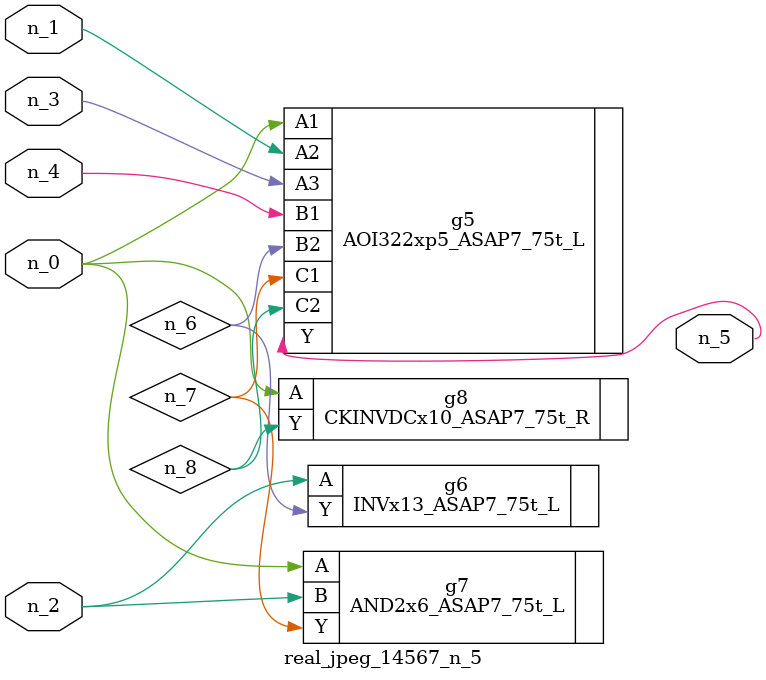
<source format=v>
module real_jpeg_14567_n_5 (n_4, n_0, n_1, n_2, n_3, n_5);

input n_4;
input n_0;
input n_1;
input n_2;
input n_3;

output n_5;

wire n_8;
wire n_6;
wire n_7;

AOI322xp5_ASAP7_75t_L g5 ( 
.A1(n_0),
.A2(n_1),
.A3(n_3),
.B1(n_4),
.B2(n_6),
.C1(n_7),
.C2(n_8),
.Y(n_5)
);

AND2x6_ASAP7_75t_L g7 ( 
.A(n_0),
.B(n_2),
.Y(n_7)
);

CKINVDCx10_ASAP7_75t_R g8 ( 
.A(n_0),
.Y(n_8)
);

INVx13_ASAP7_75t_L g6 ( 
.A(n_2),
.Y(n_6)
);


endmodule
</source>
